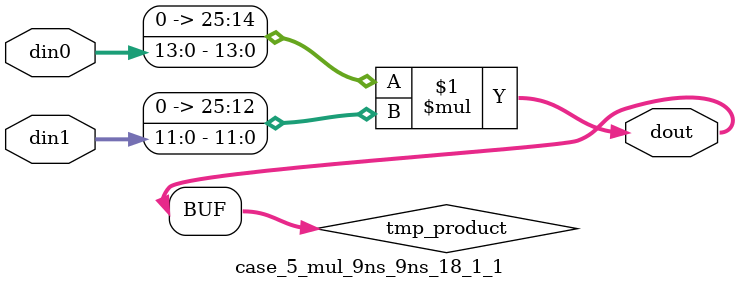
<source format=v>

`timescale 1 ns / 1 ps

 (* use_dsp = "no" *)  module case_5_mul_9ns_9ns_18_1_1(din0, din1, dout);
parameter ID = 1;
parameter NUM_STAGE = 0;
parameter din0_WIDTH = 14;
parameter din1_WIDTH = 12;
parameter dout_WIDTH = 26;

input [din0_WIDTH - 1 : 0] din0; 
input [din1_WIDTH - 1 : 0] din1; 
output [dout_WIDTH - 1 : 0] dout;

wire signed [dout_WIDTH - 1 : 0] tmp_product;
























assign tmp_product = $signed({1'b0, din0}) * $signed({1'b0, din1});











assign dout = tmp_product;





















endmodule

</source>
